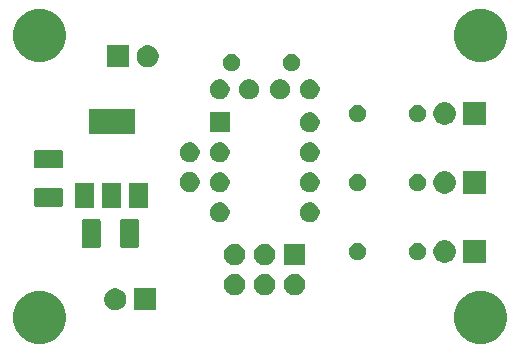
<source format=gbr>
G04 #@! TF.GenerationSoftware,KiCad,Pcbnew,(5.1.5)-3*
G04 #@! TF.CreationDate,2020-01-24T11:16:49+01:00*
G04 #@! TF.ProjectId,Ladestandsanzeige,4c616465-7374-4616-9e64-73616e7a6569,rev?*
G04 #@! TF.SameCoordinates,Original*
G04 #@! TF.FileFunction,Soldermask,Top*
G04 #@! TF.FilePolarity,Negative*
%FSLAX46Y46*%
G04 Gerber Fmt 4.6, Leading zero omitted, Abs format (unit mm)*
G04 Created by KiCad (PCBNEW (5.1.5)-3) date 2020-01-24 11:16:49*
%MOMM*%
%LPD*%
G04 APERTURE LIST*
%ADD10C,0.100000*%
G04 APERTURE END LIST*
D10*
G36*
X160026556Y-121962728D02*
G01*
X160422593Y-122041504D01*
X160832249Y-122211189D01*
X161200929Y-122457534D01*
X161514466Y-122771071D01*
X161760811Y-123139751D01*
X161930496Y-123549407D01*
X162017000Y-123984296D01*
X162017000Y-124427704D01*
X161930496Y-124862593D01*
X161760811Y-125272249D01*
X161514466Y-125640929D01*
X161200929Y-125954466D01*
X160832249Y-126200811D01*
X160422593Y-126370496D01*
X160041880Y-126446224D01*
X159987705Y-126457000D01*
X159544295Y-126457000D01*
X159490120Y-126446224D01*
X159109407Y-126370496D01*
X158699751Y-126200811D01*
X158331071Y-125954466D01*
X158017534Y-125640929D01*
X157771189Y-125272249D01*
X157601504Y-124862593D01*
X157515000Y-124427704D01*
X157515000Y-123984296D01*
X157601504Y-123549407D01*
X157771189Y-123139751D01*
X158017534Y-122771071D01*
X158331071Y-122457534D01*
X158699751Y-122211189D01*
X159109407Y-122041504D01*
X159505444Y-121962728D01*
X159544295Y-121955000D01*
X159987705Y-121955000D01*
X160026556Y-121962728D01*
G37*
G36*
X122688556Y-121962728D02*
G01*
X123084593Y-122041504D01*
X123494249Y-122211189D01*
X123862929Y-122457534D01*
X124176466Y-122771071D01*
X124422811Y-123139751D01*
X124592496Y-123549407D01*
X124679000Y-123984296D01*
X124679000Y-124427704D01*
X124592496Y-124862593D01*
X124422811Y-125272249D01*
X124176466Y-125640929D01*
X123862929Y-125954466D01*
X123494249Y-126200811D01*
X123084593Y-126370496D01*
X122703880Y-126446224D01*
X122649705Y-126457000D01*
X122206295Y-126457000D01*
X122152120Y-126446224D01*
X121771407Y-126370496D01*
X121361751Y-126200811D01*
X120993071Y-125954466D01*
X120679534Y-125640929D01*
X120433189Y-125272249D01*
X120263504Y-124862593D01*
X120177000Y-124427704D01*
X120177000Y-123984296D01*
X120263504Y-123549407D01*
X120433189Y-123139751D01*
X120679534Y-122771071D01*
X120993071Y-122457534D01*
X121361751Y-122211189D01*
X121771407Y-122041504D01*
X122167444Y-121962728D01*
X122206295Y-121955000D01*
X122649705Y-121955000D01*
X122688556Y-121962728D01*
G37*
G36*
X132244000Y-123608000D02*
G01*
X130392000Y-123608000D01*
X130392000Y-121756000D01*
X132244000Y-121756000D01*
X132244000Y-123608000D01*
G37*
G36*
X129088104Y-121791585D02*
G01*
X129256626Y-121861389D01*
X129408291Y-121962728D01*
X129537272Y-122091709D01*
X129638611Y-122243374D01*
X129708415Y-122411896D01*
X129744000Y-122590797D01*
X129744000Y-122773203D01*
X129708415Y-122952104D01*
X129638611Y-123120626D01*
X129537272Y-123272291D01*
X129408291Y-123401272D01*
X129256626Y-123502611D01*
X129088104Y-123572415D01*
X128909203Y-123608000D01*
X128726797Y-123608000D01*
X128547896Y-123572415D01*
X128379374Y-123502611D01*
X128227709Y-123401272D01*
X128098728Y-123272291D01*
X127997389Y-123120626D01*
X127927585Y-122952104D01*
X127892000Y-122773203D01*
X127892000Y-122590797D01*
X127927585Y-122411896D01*
X127997389Y-122243374D01*
X128098728Y-122091709D01*
X128227709Y-121962728D01*
X128379374Y-121861389D01*
X128547896Y-121791585D01*
X128726797Y-121756000D01*
X128909203Y-121756000D01*
X129088104Y-121791585D01*
G37*
G36*
X144131512Y-120515927D02*
G01*
X144280812Y-120545624D01*
X144444784Y-120613544D01*
X144592354Y-120712147D01*
X144717853Y-120837646D01*
X144816456Y-120985216D01*
X144884376Y-121149188D01*
X144919000Y-121323259D01*
X144919000Y-121500741D01*
X144884376Y-121674812D01*
X144816456Y-121838784D01*
X144717853Y-121986354D01*
X144592354Y-122111853D01*
X144444784Y-122210456D01*
X144280812Y-122278376D01*
X144131512Y-122308073D01*
X144106742Y-122313000D01*
X143929258Y-122313000D01*
X143904488Y-122308073D01*
X143755188Y-122278376D01*
X143591216Y-122210456D01*
X143443646Y-122111853D01*
X143318147Y-121986354D01*
X143219544Y-121838784D01*
X143151624Y-121674812D01*
X143117000Y-121500741D01*
X143117000Y-121323259D01*
X143151624Y-121149188D01*
X143219544Y-120985216D01*
X143318147Y-120837646D01*
X143443646Y-120712147D01*
X143591216Y-120613544D01*
X143755188Y-120545624D01*
X143904488Y-120515927D01*
X143929258Y-120511000D01*
X144106742Y-120511000D01*
X144131512Y-120515927D01*
G37*
G36*
X139051512Y-120515927D02*
G01*
X139200812Y-120545624D01*
X139364784Y-120613544D01*
X139512354Y-120712147D01*
X139637853Y-120837646D01*
X139736456Y-120985216D01*
X139804376Y-121149188D01*
X139839000Y-121323259D01*
X139839000Y-121500741D01*
X139804376Y-121674812D01*
X139736456Y-121838784D01*
X139637853Y-121986354D01*
X139512354Y-122111853D01*
X139364784Y-122210456D01*
X139200812Y-122278376D01*
X139051512Y-122308073D01*
X139026742Y-122313000D01*
X138849258Y-122313000D01*
X138824488Y-122308073D01*
X138675188Y-122278376D01*
X138511216Y-122210456D01*
X138363646Y-122111853D01*
X138238147Y-121986354D01*
X138139544Y-121838784D01*
X138071624Y-121674812D01*
X138037000Y-121500741D01*
X138037000Y-121323259D01*
X138071624Y-121149188D01*
X138139544Y-120985216D01*
X138238147Y-120837646D01*
X138363646Y-120712147D01*
X138511216Y-120613544D01*
X138675188Y-120545624D01*
X138824488Y-120515927D01*
X138849258Y-120511000D01*
X139026742Y-120511000D01*
X139051512Y-120515927D01*
G37*
G36*
X141591512Y-120515927D02*
G01*
X141740812Y-120545624D01*
X141904784Y-120613544D01*
X142052354Y-120712147D01*
X142177853Y-120837646D01*
X142276456Y-120985216D01*
X142344376Y-121149188D01*
X142379000Y-121323259D01*
X142379000Y-121500741D01*
X142344376Y-121674812D01*
X142276456Y-121838784D01*
X142177853Y-121986354D01*
X142052354Y-122111853D01*
X141904784Y-122210456D01*
X141740812Y-122278376D01*
X141591512Y-122308073D01*
X141566742Y-122313000D01*
X141389258Y-122313000D01*
X141364488Y-122308073D01*
X141215188Y-122278376D01*
X141051216Y-122210456D01*
X140903646Y-122111853D01*
X140778147Y-121986354D01*
X140679544Y-121838784D01*
X140611624Y-121674812D01*
X140577000Y-121500741D01*
X140577000Y-121323259D01*
X140611624Y-121149188D01*
X140679544Y-120985216D01*
X140778147Y-120837646D01*
X140903646Y-120712147D01*
X141051216Y-120613544D01*
X141215188Y-120545624D01*
X141364488Y-120515927D01*
X141389258Y-120511000D01*
X141566742Y-120511000D01*
X141591512Y-120515927D01*
G37*
G36*
X139051512Y-117975927D02*
G01*
X139200812Y-118005624D01*
X139364784Y-118073544D01*
X139512354Y-118172147D01*
X139637853Y-118297646D01*
X139736456Y-118445216D01*
X139804376Y-118609188D01*
X139839000Y-118783259D01*
X139839000Y-118960741D01*
X139804376Y-119134812D01*
X139736456Y-119298784D01*
X139637853Y-119446354D01*
X139512354Y-119571853D01*
X139364784Y-119670456D01*
X139200812Y-119738376D01*
X139051512Y-119768073D01*
X139026742Y-119773000D01*
X138849258Y-119773000D01*
X138824488Y-119768073D01*
X138675188Y-119738376D01*
X138511216Y-119670456D01*
X138363646Y-119571853D01*
X138238147Y-119446354D01*
X138139544Y-119298784D01*
X138071624Y-119134812D01*
X138037000Y-118960741D01*
X138037000Y-118783259D01*
X138071624Y-118609188D01*
X138139544Y-118445216D01*
X138238147Y-118297646D01*
X138363646Y-118172147D01*
X138511216Y-118073544D01*
X138675188Y-118005624D01*
X138824488Y-117975927D01*
X138849258Y-117971000D01*
X139026742Y-117971000D01*
X139051512Y-117975927D01*
G37*
G36*
X141591512Y-117975927D02*
G01*
X141740812Y-118005624D01*
X141904784Y-118073544D01*
X142052354Y-118172147D01*
X142177853Y-118297646D01*
X142276456Y-118445216D01*
X142344376Y-118609188D01*
X142379000Y-118783259D01*
X142379000Y-118960741D01*
X142344376Y-119134812D01*
X142276456Y-119298784D01*
X142177853Y-119446354D01*
X142052354Y-119571853D01*
X141904784Y-119670456D01*
X141740812Y-119738376D01*
X141591512Y-119768073D01*
X141566742Y-119773000D01*
X141389258Y-119773000D01*
X141364488Y-119768073D01*
X141215188Y-119738376D01*
X141051216Y-119670456D01*
X140903646Y-119571853D01*
X140778147Y-119446354D01*
X140679544Y-119298784D01*
X140611624Y-119134812D01*
X140577000Y-118960741D01*
X140577000Y-118783259D01*
X140611624Y-118609188D01*
X140679544Y-118445216D01*
X140778147Y-118297646D01*
X140903646Y-118172147D01*
X141051216Y-118073544D01*
X141215188Y-118005624D01*
X141364488Y-117975927D01*
X141389258Y-117971000D01*
X141566742Y-117971000D01*
X141591512Y-117975927D01*
G37*
G36*
X144919000Y-119773000D02*
G01*
X143117000Y-119773000D01*
X143117000Y-117971000D01*
X144919000Y-117971000D01*
X144919000Y-119773000D01*
G37*
G36*
X156995395Y-117703546D02*
G01*
X157168466Y-117775234D01*
X157168467Y-117775235D01*
X157324227Y-117879310D01*
X157456690Y-118011773D01*
X157484237Y-118053000D01*
X157560766Y-118167534D01*
X157632454Y-118340605D01*
X157669000Y-118524333D01*
X157669000Y-118711667D01*
X157632454Y-118895395D01*
X157560766Y-119068466D01*
X157541877Y-119096735D01*
X157456690Y-119224227D01*
X157324227Y-119356690D01*
X157245818Y-119409081D01*
X157168466Y-119460766D01*
X156995395Y-119532454D01*
X156811667Y-119569000D01*
X156624333Y-119569000D01*
X156440605Y-119532454D01*
X156267534Y-119460766D01*
X156190182Y-119409081D01*
X156111773Y-119356690D01*
X155979310Y-119224227D01*
X155894123Y-119096735D01*
X155875234Y-119068466D01*
X155803546Y-118895395D01*
X155767000Y-118711667D01*
X155767000Y-118524333D01*
X155803546Y-118340605D01*
X155875234Y-118167534D01*
X155951763Y-118053000D01*
X155979310Y-118011773D01*
X156111773Y-117879310D01*
X156267533Y-117775235D01*
X156267534Y-117775234D01*
X156440605Y-117703546D01*
X156624333Y-117667000D01*
X156811667Y-117667000D01*
X156995395Y-117703546D01*
G37*
G36*
X160209000Y-119569000D02*
G01*
X158307000Y-119569000D01*
X158307000Y-117667000D01*
X160209000Y-117667000D01*
X160209000Y-119569000D01*
G37*
G36*
X154567850Y-117879309D02*
G01*
X154651059Y-117895860D01*
X154787732Y-117952472D01*
X154910735Y-118034660D01*
X155015340Y-118139265D01*
X155083850Y-118241798D01*
X155097529Y-118262270D01*
X155154140Y-118398941D01*
X155183000Y-118544032D01*
X155183000Y-118691968D01*
X155164841Y-118783259D01*
X155154140Y-118837059D01*
X155097528Y-118973732D01*
X155015340Y-119096735D01*
X154910735Y-119201340D01*
X154787732Y-119283528D01*
X154787731Y-119283529D01*
X154787730Y-119283529D01*
X154651059Y-119340140D01*
X154505968Y-119369000D01*
X154358032Y-119369000D01*
X154212941Y-119340140D01*
X154076270Y-119283529D01*
X154076269Y-119283529D01*
X154076268Y-119283528D01*
X153953265Y-119201340D01*
X153848660Y-119096735D01*
X153766472Y-118973732D01*
X153709860Y-118837059D01*
X153699159Y-118783259D01*
X153681000Y-118691968D01*
X153681000Y-118544032D01*
X153709860Y-118398941D01*
X153766471Y-118262270D01*
X153780150Y-118241798D01*
X153848660Y-118139265D01*
X153953265Y-118034660D01*
X154076268Y-117952472D01*
X154212941Y-117895860D01*
X154296150Y-117879309D01*
X154358032Y-117867000D01*
X154505968Y-117867000D01*
X154567850Y-117879309D01*
G37*
G36*
X149487850Y-117879309D02*
G01*
X149571059Y-117895860D01*
X149707732Y-117952472D01*
X149830735Y-118034660D01*
X149935340Y-118139265D01*
X150003850Y-118241798D01*
X150017529Y-118262270D01*
X150074140Y-118398941D01*
X150103000Y-118544032D01*
X150103000Y-118691968D01*
X150084841Y-118783259D01*
X150074140Y-118837059D01*
X150017528Y-118973732D01*
X149935340Y-119096735D01*
X149830735Y-119201340D01*
X149707732Y-119283528D01*
X149707731Y-119283529D01*
X149707730Y-119283529D01*
X149571059Y-119340140D01*
X149425968Y-119369000D01*
X149278032Y-119369000D01*
X149132941Y-119340140D01*
X148996270Y-119283529D01*
X148996269Y-119283529D01*
X148996268Y-119283528D01*
X148873265Y-119201340D01*
X148768660Y-119096735D01*
X148686472Y-118973732D01*
X148629860Y-118837059D01*
X148619159Y-118783259D01*
X148601000Y-118691968D01*
X148601000Y-118544032D01*
X148629860Y-118398941D01*
X148686471Y-118262270D01*
X148700150Y-118241798D01*
X148768660Y-118139265D01*
X148873265Y-118034660D01*
X148996268Y-117952472D01*
X149132941Y-117895860D01*
X149216150Y-117879309D01*
X149278032Y-117867000D01*
X149425968Y-117867000D01*
X149487850Y-117879309D01*
G37*
G36*
X130701048Y-115872122D02*
G01*
X130735387Y-115882539D01*
X130767036Y-115899456D01*
X130794778Y-115922222D01*
X130817544Y-115949964D01*
X130834461Y-115981613D01*
X130844878Y-116015952D01*
X130849000Y-116057807D01*
X130849000Y-118130193D01*
X130844878Y-118172048D01*
X130834461Y-118206387D01*
X130817544Y-118238036D01*
X130794778Y-118265778D01*
X130767036Y-118288544D01*
X130735387Y-118305461D01*
X130701048Y-118315878D01*
X130659193Y-118320000D01*
X129436807Y-118320000D01*
X129394952Y-118315878D01*
X129360613Y-118305461D01*
X129328964Y-118288544D01*
X129301222Y-118265778D01*
X129278456Y-118238036D01*
X129261539Y-118206387D01*
X129251122Y-118172048D01*
X129247000Y-118130193D01*
X129247000Y-116057807D01*
X129251122Y-116015952D01*
X129261539Y-115981613D01*
X129278456Y-115949964D01*
X129301222Y-115922222D01*
X129328964Y-115899456D01*
X129360613Y-115882539D01*
X129394952Y-115872122D01*
X129436807Y-115868000D01*
X130659193Y-115868000D01*
X130701048Y-115872122D01*
G37*
G36*
X127451048Y-115872122D02*
G01*
X127485387Y-115882539D01*
X127517036Y-115899456D01*
X127544778Y-115922222D01*
X127567544Y-115949964D01*
X127584461Y-115981613D01*
X127594878Y-116015952D01*
X127599000Y-116057807D01*
X127599000Y-118130193D01*
X127594878Y-118172048D01*
X127584461Y-118206387D01*
X127567544Y-118238036D01*
X127544778Y-118265778D01*
X127517036Y-118288544D01*
X127485387Y-118305461D01*
X127451048Y-118315878D01*
X127409193Y-118320000D01*
X126186807Y-118320000D01*
X126144952Y-118315878D01*
X126110613Y-118305461D01*
X126078964Y-118288544D01*
X126051222Y-118265778D01*
X126028456Y-118238036D01*
X126011539Y-118206387D01*
X126001122Y-118172048D01*
X125997000Y-118130193D01*
X125997000Y-116057807D01*
X126001122Y-116015952D01*
X126011539Y-115981613D01*
X126028456Y-115949964D01*
X126051222Y-115922222D01*
X126078964Y-115899456D01*
X126110613Y-115882539D01*
X126144952Y-115872122D01*
X126186807Y-115868000D01*
X127409193Y-115868000D01*
X127451048Y-115872122D01*
G37*
G36*
X137916228Y-114497703D02*
G01*
X138071100Y-114561853D01*
X138210481Y-114654985D01*
X138329015Y-114773519D01*
X138422147Y-114912900D01*
X138486297Y-115067772D01*
X138519000Y-115232184D01*
X138519000Y-115399816D01*
X138486297Y-115564228D01*
X138422147Y-115719100D01*
X138329015Y-115858481D01*
X138210481Y-115977015D01*
X138071100Y-116070147D01*
X137916228Y-116134297D01*
X137751816Y-116167000D01*
X137584184Y-116167000D01*
X137419772Y-116134297D01*
X137264900Y-116070147D01*
X137125519Y-115977015D01*
X137006985Y-115858481D01*
X136913853Y-115719100D01*
X136849703Y-115564228D01*
X136817000Y-115399816D01*
X136817000Y-115232184D01*
X136849703Y-115067772D01*
X136913853Y-114912900D01*
X137006985Y-114773519D01*
X137125519Y-114654985D01*
X137264900Y-114561853D01*
X137419772Y-114497703D01*
X137584184Y-114465000D01*
X137751816Y-114465000D01*
X137916228Y-114497703D01*
G37*
G36*
X145536228Y-114497703D02*
G01*
X145691100Y-114561853D01*
X145830481Y-114654985D01*
X145949015Y-114773519D01*
X146042147Y-114912900D01*
X146106297Y-115067772D01*
X146139000Y-115232184D01*
X146139000Y-115399816D01*
X146106297Y-115564228D01*
X146042147Y-115719100D01*
X145949015Y-115858481D01*
X145830481Y-115977015D01*
X145691100Y-116070147D01*
X145536228Y-116134297D01*
X145371816Y-116167000D01*
X145204184Y-116167000D01*
X145039772Y-116134297D01*
X144884900Y-116070147D01*
X144745519Y-115977015D01*
X144626985Y-115858481D01*
X144533853Y-115719100D01*
X144469703Y-115564228D01*
X144437000Y-115399816D01*
X144437000Y-115232184D01*
X144469703Y-115067772D01*
X144533853Y-114912900D01*
X144626985Y-114773519D01*
X144745519Y-114654985D01*
X144884900Y-114561853D01*
X145039772Y-114497703D01*
X145204184Y-114465000D01*
X145371816Y-114465000D01*
X145536228Y-114497703D01*
G37*
G36*
X131625000Y-114945000D02*
G01*
X130023000Y-114945000D01*
X130023000Y-112843000D01*
X131625000Y-112843000D01*
X131625000Y-114945000D01*
G37*
G36*
X129325000Y-114945000D02*
G01*
X127723000Y-114945000D01*
X127723000Y-112843000D01*
X129325000Y-112843000D01*
X129325000Y-114945000D01*
G37*
G36*
X127025000Y-114945000D02*
G01*
X125423000Y-114945000D01*
X125423000Y-112843000D01*
X127025000Y-112843000D01*
X127025000Y-114945000D01*
G37*
G36*
X124268048Y-113249122D02*
G01*
X124302387Y-113259539D01*
X124334036Y-113276456D01*
X124361778Y-113299222D01*
X124384544Y-113326964D01*
X124401461Y-113358613D01*
X124411878Y-113392952D01*
X124416000Y-113434807D01*
X124416000Y-114657193D01*
X124411878Y-114699048D01*
X124401461Y-114733387D01*
X124384544Y-114765036D01*
X124361778Y-114792778D01*
X124334036Y-114815544D01*
X124302387Y-114832461D01*
X124268048Y-114842878D01*
X124226193Y-114847000D01*
X122153807Y-114847000D01*
X122111952Y-114842878D01*
X122077613Y-114832461D01*
X122045964Y-114815544D01*
X122018222Y-114792778D01*
X121995456Y-114765036D01*
X121978539Y-114733387D01*
X121968122Y-114699048D01*
X121964000Y-114657193D01*
X121964000Y-113434807D01*
X121968122Y-113392952D01*
X121978539Y-113358613D01*
X121995456Y-113326964D01*
X122018222Y-113299222D01*
X122045964Y-113276456D01*
X122077613Y-113259539D01*
X122111952Y-113249122D01*
X122153807Y-113245000D01*
X124226193Y-113245000D01*
X124268048Y-113249122D01*
G37*
G36*
X156995395Y-111861546D02*
G01*
X157168466Y-111933234D01*
X157168467Y-111933235D01*
X157324227Y-112037310D01*
X157456690Y-112169773D01*
X157499284Y-112233520D01*
X157560766Y-112325534D01*
X157632454Y-112498605D01*
X157669000Y-112682333D01*
X157669000Y-112869667D01*
X157632454Y-113053395D01*
X157560766Y-113226466D01*
X157541877Y-113254735D01*
X157456690Y-113382227D01*
X157324227Y-113514690D01*
X157301092Y-113530148D01*
X157168466Y-113618766D01*
X156995395Y-113690454D01*
X156811667Y-113727000D01*
X156624333Y-113727000D01*
X156440605Y-113690454D01*
X156267534Y-113618766D01*
X156134908Y-113530148D01*
X156111773Y-113514690D01*
X155979310Y-113382227D01*
X155894123Y-113254735D01*
X155875234Y-113226466D01*
X155803546Y-113053395D01*
X155767000Y-112869667D01*
X155767000Y-112682333D01*
X155803546Y-112498605D01*
X155875234Y-112325534D01*
X155936716Y-112233520D01*
X155979310Y-112169773D01*
X156111773Y-112037310D01*
X156267533Y-111933235D01*
X156267534Y-111933234D01*
X156440605Y-111861546D01*
X156624333Y-111825000D01*
X156811667Y-111825000D01*
X156995395Y-111861546D01*
G37*
G36*
X160209000Y-113727000D02*
G01*
X158307000Y-113727000D01*
X158307000Y-111825000D01*
X160209000Y-111825000D01*
X160209000Y-113727000D01*
G37*
G36*
X145536228Y-111957703D02*
G01*
X145691100Y-112021853D01*
X145830481Y-112114985D01*
X145949015Y-112233519D01*
X146042147Y-112372900D01*
X146106297Y-112527772D01*
X146139000Y-112692184D01*
X146139000Y-112859816D01*
X146106297Y-113024228D01*
X146042147Y-113179100D01*
X145949015Y-113318481D01*
X145830481Y-113437015D01*
X145691100Y-113530147D01*
X145536228Y-113594297D01*
X145371816Y-113627000D01*
X145204184Y-113627000D01*
X145039772Y-113594297D01*
X144884900Y-113530147D01*
X144745519Y-113437015D01*
X144626985Y-113318481D01*
X144533853Y-113179100D01*
X144469703Y-113024228D01*
X144437000Y-112859816D01*
X144437000Y-112692184D01*
X144469703Y-112527772D01*
X144533853Y-112372900D01*
X144626985Y-112233519D01*
X144745519Y-112114985D01*
X144884900Y-112021853D01*
X145039772Y-111957703D01*
X145204184Y-111925000D01*
X145371816Y-111925000D01*
X145536228Y-111957703D01*
G37*
G36*
X137916228Y-111957703D02*
G01*
X138071100Y-112021853D01*
X138210481Y-112114985D01*
X138329015Y-112233519D01*
X138422147Y-112372900D01*
X138486297Y-112527772D01*
X138519000Y-112692184D01*
X138519000Y-112859816D01*
X138486297Y-113024228D01*
X138422147Y-113179100D01*
X138329015Y-113318481D01*
X138210481Y-113437015D01*
X138071100Y-113530147D01*
X137916228Y-113594297D01*
X137751816Y-113627000D01*
X137584184Y-113627000D01*
X137419772Y-113594297D01*
X137264900Y-113530147D01*
X137125519Y-113437015D01*
X137006985Y-113318481D01*
X136913853Y-113179100D01*
X136849703Y-113024228D01*
X136817000Y-112859816D01*
X136817000Y-112692184D01*
X136849703Y-112527772D01*
X136913853Y-112372900D01*
X137006985Y-112233519D01*
X137125519Y-112114985D01*
X137264900Y-112021853D01*
X137419772Y-111957703D01*
X137584184Y-111925000D01*
X137751816Y-111925000D01*
X137916228Y-111957703D01*
G37*
G36*
X135376228Y-111917703D02*
G01*
X135531100Y-111981853D01*
X135670481Y-112074985D01*
X135789015Y-112193519D01*
X135882147Y-112332900D01*
X135946297Y-112487772D01*
X135979000Y-112652184D01*
X135979000Y-112819816D01*
X135946297Y-112984228D01*
X135882147Y-113139100D01*
X135789015Y-113278481D01*
X135670481Y-113397015D01*
X135531100Y-113490147D01*
X135376228Y-113554297D01*
X135211816Y-113587000D01*
X135044184Y-113587000D01*
X134879772Y-113554297D01*
X134724900Y-113490147D01*
X134585519Y-113397015D01*
X134466985Y-113278481D01*
X134373853Y-113139100D01*
X134309703Y-112984228D01*
X134277000Y-112819816D01*
X134277000Y-112652184D01*
X134309703Y-112487772D01*
X134373853Y-112332900D01*
X134466985Y-112193519D01*
X134585519Y-112074985D01*
X134724900Y-111981853D01*
X134879772Y-111917703D01*
X135044184Y-111885000D01*
X135211816Y-111885000D01*
X135376228Y-111917703D01*
G37*
G36*
X149487850Y-112037309D02*
G01*
X149571059Y-112053860D01*
X149707732Y-112110472D01*
X149830735Y-112192660D01*
X149935340Y-112297265D01*
X150017528Y-112420268D01*
X150074140Y-112556941D01*
X150103000Y-112702033D01*
X150103000Y-112849967D01*
X150074140Y-112995059D01*
X150017528Y-113131732D01*
X149935340Y-113254735D01*
X149830735Y-113359340D01*
X149707732Y-113441528D01*
X149707731Y-113441529D01*
X149707730Y-113441529D01*
X149571059Y-113498140D01*
X149425968Y-113527000D01*
X149278032Y-113527000D01*
X149132941Y-113498140D01*
X148996270Y-113441529D01*
X148996269Y-113441529D01*
X148996268Y-113441528D01*
X148873265Y-113359340D01*
X148768660Y-113254735D01*
X148686472Y-113131732D01*
X148629860Y-112995059D01*
X148601000Y-112849967D01*
X148601000Y-112702033D01*
X148629860Y-112556941D01*
X148686472Y-112420268D01*
X148768660Y-112297265D01*
X148873265Y-112192660D01*
X148996268Y-112110472D01*
X149132941Y-112053860D01*
X149216150Y-112037309D01*
X149278032Y-112025000D01*
X149425968Y-112025000D01*
X149487850Y-112037309D01*
G37*
G36*
X154567850Y-112037309D02*
G01*
X154651059Y-112053860D01*
X154787732Y-112110472D01*
X154910735Y-112192660D01*
X155015340Y-112297265D01*
X155097528Y-112420268D01*
X155154140Y-112556941D01*
X155183000Y-112702033D01*
X155183000Y-112849967D01*
X155154140Y-112995059D01*
X155097528Y-113131732D01*
X155015340Y-113254735D01*
X154910735Y-113359340D01*
X154787732Y-113441528D01*
X154787731Y-113441529D01*
X154787730Y-113441529D01*
X154651059Y-113498140D01*
X154505968Y-113527000D01*
X154358032Y-113527000D01*
X154212941Y-113498140D01*
X154076270Y-113441529D01*
X154076269Y-113441529D01*
X154076268Y-113441528D01*
X153953265Y-113359340D01*
X153848660Y-113254735D01*
X153766472Y-113131732D01*
X153709860Y-112995059D01*
X153681000Y-112849967D01*
X153681000Y-112702033D01*
X153709860Y-112556941D01*
X153766472Y-112420268D01*
X153848660Y-112297265D01*
X153953265Y-112192660D01*
X154076268Y-112110472D01*
X154212941Y-112053860D01*
X154296150Y-112037309D01*
X154358032Y-112025000D01*
X154505968Y-112025000D01*
X154567850Y-112037309D01*
G37*
G36*
X124268048Y-109999122D02*
G01*
X124302387Y-110009539D01*
X124334036Y-110026456D01*
X124361778Y-110049222D01*
X124384544Y-110076964D01*
X124401461Y-110108613D01*
X124411878Y-110142952D01*
X124416000Y-110184807D01*
X124416000Y-111407193D01*
X124411878Y-111449048D01*
X124401461Y-111483387D01*
X124384544Y-111515036D01*
X124361778Y-111542778D01*
X124334036Y-111565544D01*
X124302387Y-111582461D01*
X124268048Y-111592878D01*
X124226193Y-111597000D01*
X122153807Y-111597000D01*
X122111952Y-111592878D01*
X122077613Y-111582461D01*
X122045964Y-111565544D01*
X122018222Y-111542778D01*
X121995456Y-111515036D01*
X121978539Y-111483387D01*
X121968122Y-111449048D01*
X121964000Y-111407193D01*
X121964000Y-110184807D01*
X121968122Y-110142952D01*
X121978539Y-110108613D01*
X121995456Y-110076964D01*
X122018222Y-110049222D01*
X122045964Y-110026456D01*
X122077613Y-110009539D01*
X122111952Y-109999122D01*
X122153807Y-109995000D01*
X124226193Y-109995000D01*
X124268048Y-109999122D01*
G37*
G36*
X137916228Y-109417703D02*
G01*
X138071100Y-109481853D01*
X138210481Y-109574985D01*
X138329015Y-109693519D01*
X138422147Y-109832900D01*
X138486297Y-109987772D01*
X138519000Y-110152184D01*
X138519000Y-110319816D01*
X138486297Y-110484228D01*
X138422147Y-110639100D01*
X138329015Y-110778481D01*
X138210481Y-110897015D01*
X138071100Y-110990147D01*
X137916228Y-111054297D01*
X137751816Y-111087000D01*
X137584184Y-111087000D01*
X137419772Y-111054297D01*
X137264900Y-110990147D01*
X137125519Y-110897015D01*
X137006985Y-110778481D01*
X136913853Y-110639100D01*
X136849703Y-110484228D01*
X136817000Y-110319816D01*
X136817000Y-110152184D01*
X136849703Y-109987772D01*
X136913853Y-109832900D01*
X137006985Y-109693519D01*
X137125519Y-109574985D01*
X137264900Y-109481853D01*
X137419772Y-109417703D01*
X137584184Y-109385000D01*
X137751816Y-109385000D01*
X137916228Y-109417703D01*
G37*
G36*
X145536228Y-109417703D02*
G01*
X145691100Y-109481853D01*
X145830481Y-109574985D01*
X145949015Y-109693519D01*
X146042147Y-109832900D01*
X146106297Y-109987772D01*
X146139000Y-110152184D01*
X146139000Y-110319816D01*
X146106297Y-110484228D01*
X146042147Y-110639100D01*
X145949015Y-110778481D01*
X145830481Y-110897015D01*
X145691100Y-110990147D01*
X145536228Y-111054297D01*
X145371816Y-111087000D01*
X145204184Y-111087000D01*
X145039772Y-111054297D01*
X144884900Y-110990147D01*
X144745519Y-110897015D01*
X144626985Y-110778481D01*
X144533853Y-110639100D01*
X144469703Y-110484228D01*
X144437000Y-110319816D01*
X144437000Y-110152184D01*
X144469703Y-109987772D01*
X144533853Y-109832900D01*
X144626985Y-109693519D01*
X144745519Y-109574985D01*
X144884900Y-109481853D01*
X145039772Y-109417703D01*
X145204184Y-109385000D01*
X145371816Y-109385000D01*
X145536228Y-109417703D01*
G37*
G36*
X135376228Y-109417703D02*
G01*
X135531100Y-109481853D01*
X135670481Y-109574985D01*
X135789015Y-109693519D01*
X135882147Y-109832900D01*
X135946297Y-109987772D01*
X135979000Y-110152184D01*
X135979000Y-110319816D01*
X135946297Y-110484228D01*
X135882147Y-110639100D01*
X135789015Y-110778481D01*
X135670481Y-110897015D01*
X135531100Y-110990147D01*
X135376228Y-111054297D01*
X135211816Y-111087000D01*
X135044184Y-111087000D01*
X134879772Y-111054297D01*
X134724900Y-110990147D01*
X134585519Y-110897015D01*
X134466985Y-110778481D01*
X134373853Y-110639100D01*
X134309703Y-110484228D01*
X134277000Y-110319816D01*
X134277000Y-110152184D01*
X134309703Y-109987772D01*
X134373853Y-109832900D01*
X134466985Y-109693519D01*
X134585519Y-109574985D01*
X134724900Y-109481853D01*
X134879772Y-109417703D01*
X135044184Y-109385000D01*
X135211816Y-109385000D01*
X135376228Y-109417703D01*
G37*
G36*
X130475000Y-108645000D02*
G01*
X126573000Y-108645000D01*
X126573000Y-106543000D01*
X130475000Y-106543000D01*
X130475000Y-108645000D01*
G37*
G36*
X145536228Y-106877703D02*
G01*
X145691100Y-106941853D01*
X145830481Y-107034985D01*
X145949015Y-107153519D01*
X146042147Y-107292900D01*
X146106297Y-107447772D01*
X146139000Y-107612184D01*
X146139000Y-107779816D01*
X146106297Y-107944228D01*
X146042147Y-108099100D01*
X145949015Y-108238481D01*
X145830481Y-108357015D01*
X145691100Y-108450147D01*
X145536228Y-108514297D01*
X145371816Y-108547000D01*
X145204184Y-108547000D01*
X145039772Y-108514297D01*
X144884900Y-108450147D01*
X144745519Y-108357015D01*
X144626985Y-108238481D01*
X144533853Y-108099100D01*
X144469703Y-107944228D01*
X144437000Y-107779816D01*
X144437000Y-107612184D01*
X144469703Y-107447772D01*
X144533853Y-107292900D01*
X144626985Y-107153519D01*
X144745519Y-107034985D01*
X144884900Y-106941853D01*
X145039772Y-106877703D01*
X145204184Y-106845000D01*
X145371816Y-106845000D01*
X145536228Y-106877703D01*
G37*
G36*
X138519000Y-108547000D02*
G01*
X136817000Y-108547000D01*
X136817000Y-106845000D01*
X138519000Y-106845000D01*
X138519000Y-108547000D01*
G37*
G36*
X156995395Y-106019546D02*
G01*
X157168466Y-106091234D01*
X157168467Y-106091235D01*
X157324227Y-106195310D01*
X157456690Y-106327773D01*
X157509081Y-106406182D01*
X157560766Y-106483534D01*
X157632454Y-106656605D01*
X157669000Y-106840333D01*
X157669000Y-107027667D01*
X157632454Y-107211395D01*
X157560766Y-107384466D01*
X157541877Y-107412735D01*
X157456690Y-107540227D01*
X157324227Y-107672690D01*
X157245818Y-107725081D01*
X157168466Y-107776766D01*
X156995395Y-107848454D01*
X156811667Y-107885000D01*
X156624333Y-107885000D01*
X156440605Y-107848454D01*
X156267534Y-107776766D01*
X156190182Y-107725081D01*
X156111773Y-107672690D01*
X155979310Y-107540227D01*
X155894123Y-107412735D01*
X155875234Y-107384466D01*
X155803546Y-107211395D01*
X155767000Y-107027667D01*
X155767000Y-106840333D01*
X155803546Y-106656605D01*
X155875234Y-106483534D01*
X155926919Y-106406182D01*
X155979310Y-106327773D01*
X156111773Y-106195310D01*
X156267533Y-106091235D01*
X156267534Y-106091234D01*
X156440605Y-106019546D01*
X156624333Y-105983000D01*
X156811667Y-105983000D01*
X156995395Y-106019546D01*
G37*
G36*
X160209000Y-107885000D02*
G01*
X158307000Y-107885000D01*
X158307000Y-105983000D01*
X160209000Y-105983000D01*
X160209000Y-107885000D01*
G37*
G36*
X154567850Y-106195309D02*
G01*
X154651059Y-106211860D01*
X154787732Y-106268472D01*
X154910735Y-106350660D01*
X155015340Y-106455265D01*
X155097528Y-106578268D01*
X155154140Y-106714941D01*
X155183000Y-106860033D01*
X155183000Y-107007967D01*
X155154140Y-107153059D01*
X155097528Y-107289732D01*
X155015340Y-107412735D01*
X154910735Y-107517340D01*
X154787732Y-107599528D01*
X154787731Y-107599529D01*
X154787730Y-107599529D01*
X154651059Y-107656140D01*
X154505968Y-107685000D01*
X154358032Y-107685000D01*
X154212941Y-107656140D01*
X154076270Y-107599529D01*
X154076269Y-107599529D01*
X154076268Y-107599528D01*
X153953265Y-107517340D01*
X153848660Y-107412735D01*
X153766472Y-107289732D01*
X153709860Y-107153059D01*
X153681000Y-107007967D01*
X153681000Y-106860033D01*
X153709860Y-106714941D01*
X153766472Y-106578268D01*
X153848660Y-106455265D01*
X153953265Y-106350660D01*
X154076268Y-106268472D01*
X154212941Y-106211860D01*
X154296150Y-106195309D01*
X154358032Y-106183000D01*
X154505968Y-106183000D01*
X154567850Y-106195309D01*
G37*
G36*
X149487850Y-106195309D02*
G01*
X149571059Y-106211860D01*
X149707732Y-106268472D01*
X149830735Y-106350660D01*
X149935340Y-106455265D01*
X150017528Y-106578268D01*
X150074140Y-106714941D01*
X150103000Y-106860033D01*
X150103000Y-107007967D01*
X150074140Y-107153059D01*
X150017528Y-107289732D01*
X149935340Y-107412735D01*
X149830735Y-107517340D01*
X149707732Y-107599528D01*
X149707731Y-107599529D01*
X149707730Y-107599529D01*
X149571059Y-107656140D01*
X149425968Y-107685000D01*
X149278032Y-107685000D01*
X149132941Y-107656140D01*
X148996270Y-107599529D01*
X148996269Y-107599529D01*
X148996268Y-107599528D01*
X148873265Y-107517340D01*
X148768660Y-107412735D01*
X148686472Y-107289732D01*
X148629860Y-107153059D01*
X148601000Y-107007967D01*
X148601000Y-106860033D01*
X148629860Y-106714941D01*
X148686472Y-106578268D01*
X148768660Y-106455265D01*
X148873265Y-106350660D01*
X148996268Y-106268472D01*
X149132941Y-106211860D01*
X149216150Y-106195309D01*
X149278032Y-106183000D01*
X149425968Y-106183000D01*
X149487850Y-106195309D01*
G37*
G36*
X143036228Y-104083703D02*
G01*
X143191100Y-104147853D01*
X143330481Y-104240985D01*
X143449015Y-104359519D01*
X143542147Y-104498900D01*
X143606297Y-104653772D01*
X143639000Y-104818184D01*
X143639000Y-104985816D01*
X143606297Y-105150228D01*
X143542147Y-105305100D01*
X143449015Y-105444481D01*
X143330481Y-105563015D01*
X143191100Y-105656147D01*
X143036228Y-105720297D01*
X142871816Y-105753000D01*
X142704184Y-105753000D01*
X142539772Y-105720297D01*
X142384900Y-105656147D01*
X142245519Y-105563015D01*
X142126985Y-105444481D01*
X142033853Y-105305100D01*
X141969703Y-105150228D01*
X141937000Y-104985816D01*
X141937000Y-104818184D01*
X141969703Y-104653772D01*
X142033853Y-104498900D01*
X142126985Y-104359519D01*
X142245519Y-104240985D01*
X142384900Y-104147853D01*
X142539772Y-104083703D01*
X142704184Y-104051000D01*
X142871816Y-104051000D01*
X143036228Y-104083703D01*
G37*
G36*
X145536228Y-104083703D02*
G01*
X145691100Y-104147853D01*
X145830481Y-104240985D01*
X145949015Y-104359519D01*
X146042147Y-104498900D01*
X146106297Y-104653772D01*
X146139000Y-104818184D01*
X146139000Y-104985816D01*
X146106297Y-105150228D01*
X146042147Y-105305100D01*
X145949015Y-105444481D01*
X145830481Y-105563015D01*
X145691100Y-105656147D01*
X145536228Y-105720297D01*
X145371816Y-105753000D01*
X145204184Y-105753000D01*
X145039772Y-105720297D01*
X144884900Y-105656147D01*
X144745519Y-105563015D01*
X144626985Y-105444481D01*
X144533853Y-105305100D01*
X144469703Y-105150228D01*
X144437000Y-104985816D01*
X144437000Y-104818184D01*
X144469703Y-104653772D01*
X144533853Y-104498900D01*
X144626985Y-104359519D01*
X144745519Y-104240985D01*
X144884900Y-104147853D01*
X145039772Y-104083703D01*
X145204184Y-104051000D01*
X145371816Y-104051000D01*
X145536228Y-104083703D01*
G37*
G36*
X137916228Y-104083703D02*
G01*
X138071100Y-104147853D01*
X138210481Y-104240985D01*
X138329015Y-104359519D01*
X138422147Y-104498900D01*
X138486297Y-104653772D01*
X138519000Y-104818184D01*
X138519000Y-104985816D01*
X138486297Y-105150228D01*
X138422147Y-105305100D01*
X138329015Y-105444481D01*
X138210481Y-105563015D01*
X138071100Y-105656147D01*
X137916228Y-105720297D01*
X137751816Y-105753000D01*
X137584184Y-105753000D01*
X137419772Y-105720297D01*
X137264900Y-105656147D01*
X137125519Y-105563015D01*
X137006985Y-105444481D01*
X136913853Y-105305100D01*
X136849703Y-105150228D01*
X136817000Y-104985816D01*
X136817000Y-104818184D01*
X136849703Y-104653772D01*
X136913853Y-104498900D01*
X137006985Y-104359519D01*
X137125519Y-104240985D01*
X137264900Y-104147853D01*
X137419772Y-104083703D01*
X137584184Y-104051000D01*
X137751816Y-104051000D01*
X137916228Y-104083703D01*
G37*
G36*
X140416228Y-104083703D02*
G01*
X140571100Y-104147853D01*
X140710481Y-104240985D01*
X140829015Y-104359519D01*
X140922147Y-104498900D01*
X140986297Y-104653772D01*
X141019000Y-104818184D01*
X141019000Y-104985816D01*
X140986297Y-105150228D01*
X140922147Y-105305100D01*
X140829015Y-105444481D01*
X140710481Y-105563015D01*
X140571100Y-105656147D01*
X140416228Y-105720297D01*
X140251816Y-105753000D01*
X140084184Y-105753000D01*
X139919772Y-105720297D01*
X139764900Y-105656147D01*
X139625519Y-105563015D01*
X139506985Y-105444481D01*
X139413853Y-105305100D01*
X139349703Y-105150228D01*
X139317000Y-104985816D01*
X139317000Y-104818184D01*
X139349703Y-104653772D01*
X139413853Y-104498900D01*
X139506985Y-104359519D01*
X139625519Y-104240985D01*
X139764900Y-104147853D01*
X139919772Y-104083703D01*
X140084184Y-104051000D01*
X140251816Y-104051000D01*
X140416228Y-104083703D01*
G37*
G36*
X138903059Y-101893860D02*
G01*
X139039732Y-101950472D01*
X139162735Y-102032660D01*
X139267340Y-102137265D01*
X139349528Y-102260268D01*
X139349529Y-102260270D01*
X139406140Y-102396941D01*
X139435000Y-102542032D01*
X139435000Y-102689968D01*
X139433344Y-102698291D01*
X139406140Y-102835059D01*
X139349528Y-102971732D01*
X139267340Y-103094735D01*
X139162735Y-103199340D01*
X139039732Y-103281528D01*
X139039731Y-103281529D01*
X139039730Y-103281529D01*
X138903059Y-103338140D01*
X138757968Y-103367000D01*
X138610032Y-103367000D01*
X138464941Y-103338140D01*
X138328270Y-103281529D01*
X138328269Y-103281529D01*
X138328268Y-103281528D01*
X138205265Y-103199340D01*
X138100660Y-103094735D01*
X138018472Y-102971732D01*
X137961860Y-102835059D01*
X137934656Y-102698291D01*
X137933000Y-102689968D01*
X137933000Y-102542032D01*
X137961860Y-102396941D01*
X138018471Y-102260270D01*
X138018472Y-102260268D01*
X138100660Y-102137265D01*
X138205265Y-102032660D01*
X138328268Y-101950472D01*
X138464941Y-101893860D01*
X138610032Y-101865000D01*
X138757968Y-101865000D01*
X138903059Y-101893860D01*
G37*
G36*
X143983059Y-101893860D02*
G01*
X144119732Y-101950472D01*
X144242735Y-102032660D01*
X144347340Y-102137265D01*
X144429528Y-102260268D01*
X144429529Y-102260270D01*
X144486140Y-102396941D01*
X144515000Y-102542032D01*
X144515000Y-102689968D01*
X144513344Y-102698291D01*
X144486140Y-102835059D01*
X144429528Y-102971732D01*
X144347340Y-103094735D01*
X144242735Y-103199340D01*
X144119732Y-103281528D01*
X144119731Y-103281529D01*
X144119730Y-103281529D01*
X143983059Y-103338140D01*
X143837968Y-103367000D01*
X143690032Y-103367000D01*
X143544941Y-103338140D01*
X143408270Y-103281529D01*
X143408269Y-103281529D01*
X143408268Y-103281528D01*
X143285265Y-103199340D01*
X143180660Y-103094735D01*
X143098472Y-102971732D01*
X143041860Y-102835059D01*
X143014656Y-102698291D01*
X143013000Y-102689968D01*
X143013000Y-102542032D01*
X143041860Y-102396941D01*
X143098471Y-102260270D01*
X143098472Y-102260268D01*
X143180660Y-102137265D01*
X143285265Y-102032660D01*
X143408268Y-101950472D01*
X143544941Y-101893860D01*
X143690032Y-101865000D01*
X143837968Y-101865000D01*
X143983059Y-101893860D01*
G37*
G36*
X131842104Y-101217585D02*
G01*
X132010626Y-101287389D01*
X132162291Y-101388728D01*
X132291272Y-101517709D01*
X132392611Y-101669374D01*
X132462415Y-101837896D01*
X132498000Y-102016797D01*
X132498000Y-102199203D01*
X132462415Y-102378104D01*
X132392611Y-102546626D01*
X132291272Y-102698291D01*
X132162291Y-102827272D01*
X132010626Y-102928611D01*
X131842104Y-102998415D01*
X131663203Y-103034000D01*
X131480797Y-103034000D01*
X131301896Y-102998415D01*
X131133374Y-102928611D01*
X130981709Y-102827272D01*
X130852728Y-102698291D01*
X130751389Y-102546626D01*
X130681585Y-102378104D01*
X130646000Y-102199203D01*
X130646000Y-102016797D01*
X130681585Y-101837896D01*
X130751389Y-101669374D01*
X130852728Y-101517709D01*
X130981709Y-101388728D01*
X131133374Y-101287389D01*
X131301896Y-101217585D01*
X131480797Y-101182000D01*
X131663203Y-101182000D01*
X131842104Y-101217585D01*
G37*
G36*
X129998000Y-103034000D02*
G01*
X128146000Y-103034000D01*
X128146000Y-101182000D01*
X129998000Y-101182000D01*
X129998000Y-103034000D01*
G37*
G36*
X160041880Y-98089776D02*
G01*
X160422593Y-98165504D01*
X160832249Y-98335189D01*
X161200929Y-98581534D01*
X161514466Y-98895071D01*
X161760811Y-99263751D01*
X161930496Y-99673407D01*
X162017000Y-100108296D01*
X162017000Y-100551704D01*
X161930496Y-100986593D01*
X161760811Y-101396249D01*
X161514466Y-101764929D01*
X161200929Y-102078466D01*
X160832249Y-102324811D01*
X160422593Y-102494496D01*
X160041880Y-102570224D01*
X159987705Y-102581000D01*
X159544295Y-102581000D01*
X159490120Y-102570224D01*
X159109407Y-102494496D01*
X158699751Y-102324811D01*
X158331071Y-102078466D01*
X158017534Y-101764929D01*
X157771189Y-101396249D01*
X157601504Y-100986593D01*
X157515000Y-100551704D01*
X157515000Y-100108296D01*
X157601504Y-99673407D01*
X157771189Y-99263751D01*
X158017534Y-98895071D01*
X158331071Y-98581534D01*
X158699751Y-98335189D01*
X159109407Y-98165504D01*
X159490120Y-98089776D01*
X159544295Y-98079000D01*
X159987705Y-98079000D01*
X160041880Y-98089776D01*
G37*
G36*
X122703880Y-98089776D02*
G01*
X123084593Y-98165504D01*
X123494249Y-98335189D01*
X123862929Y-98581534D01*
X124176466Y-98895071D01*
X124422811Y-99263751D01*
X124592496Y-99673407D01*
X124679000Y-100108296D01*
X124679000Y-100551704D01*
X124592496Y-100986593D01*
X124422811Y-101396249D01*
X124176466Y-101764929D01*
X123862929Y-102078466D01*
X123494249Y-102324811D01*
X123084593Y-102494496D01*
X122703880Y-102570224D01*
X122649705Y-102581000D01*
X122206295Y-102581000D01*
X122152120Y-102570224D01*
X121771407Y-102494496D01*
X121361751Y-102324811D01*
X120993071Y-102078466D01*
X120679534Y-101764929D01*
X120433189Y-101396249D01*
X120263504Y-100986593D01*
X120177000Y-100551704D01*
X120177000Y-100108296D01*
X120263504Y-99673407D01*
X120433189Y-99263751D01*
X120679534Y-98895071D01*
X120993071Y-98581534D01*
X121361751Y-98335189D01*
X121771407Y-98165504D01*
X122152120Y-98089776D01*
X122206295Y-98079000D01*
X122649705Y-98079000D01*
X122703880Y-98089776D01*
G37*
M02*

</source>
